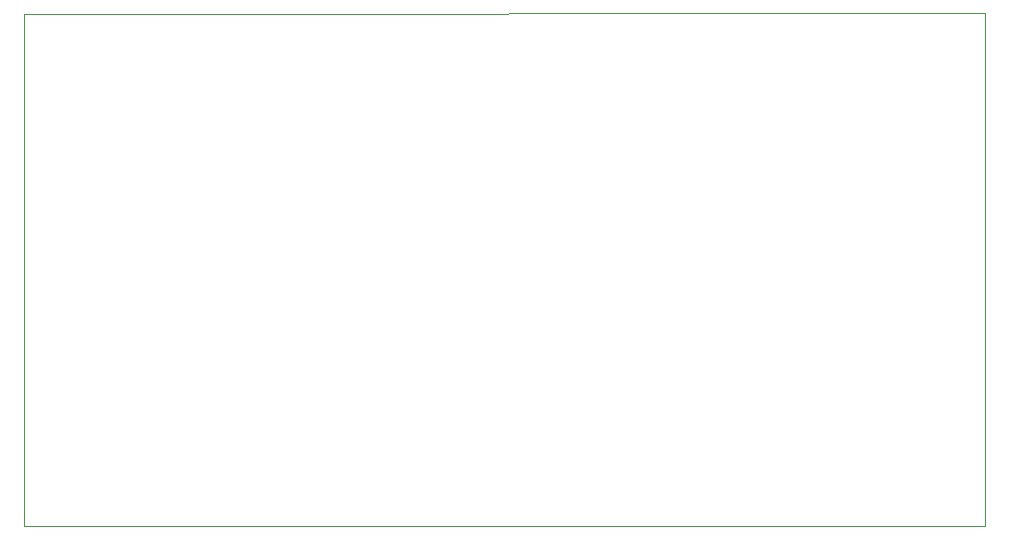
<source format=gbr>
%TF.GenerationSoftware,KiCad,Pcbnew,9.0.1-rc1*%
%TF.CreationDate,2025-04-01T12:09:22-07:00*%
%TF.ProjectId,ECE_442_PCB,4543455f-3434-4325-9f50-43422e6b6963,rev?*%
%TF.SameCoordinates,Original*%
%TF.FileFunction,Profile,NP*%
%FSLAX46Y46*%
G04 Gerber Fmt 4.6, Leading zero omitted, Abs format (unit mm)*
G04 Created by KiCad (PCBNEW 9.0.1-rc1) date 2025-04-01 12:09:22*
%MOMM*%
%LPD*%
G01*
G04 APERTURE LIST*
%TA.AperFunction,Profile*%
%ADD10C,0.050000*%
%TD*%
G04 APERTURE END LIST*
D10*
X89800000Y-117900000D02*
X89800000Y-74600000D01*
X171100000Y-117900000D02*
X171100000Y-74500000D01*
X89800000Y-74600000D02*
X171100000Y-74500000D01*
X171100000Y-117900000D02*
X89800000Y-117900000D01*
M02*

</source>
